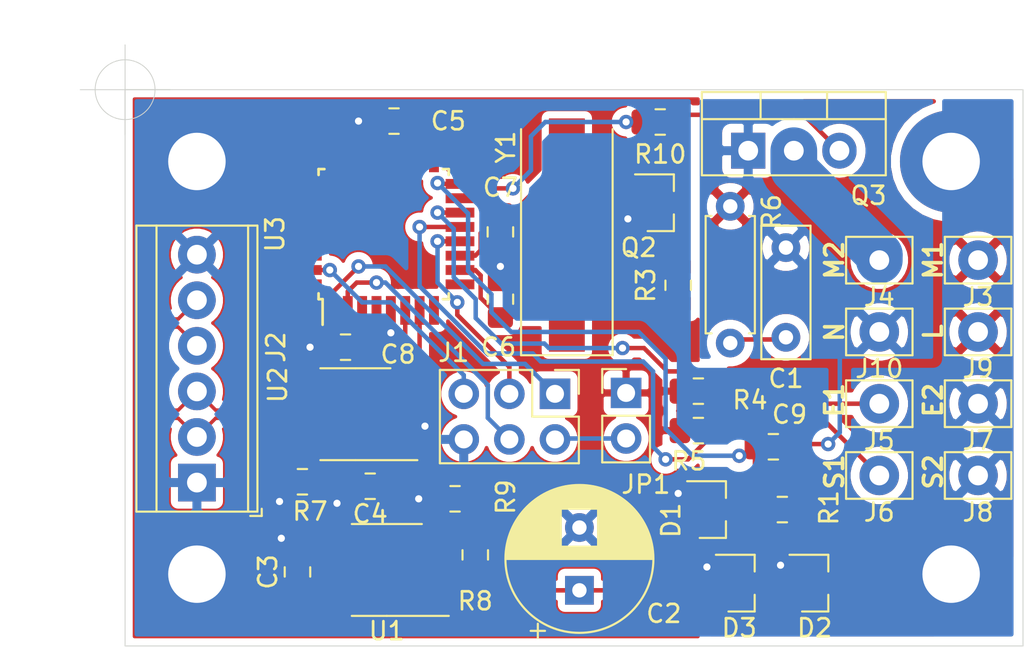
<source format=kicad_pcb>
(kicad_pcb (version 20171130) (host pcbnew 5.1.8+dfsg1-1)
  (title_block (title "Single motor driver") (date 2020-10-23) (rev 1) (company "CCC Basel"))
  (layers (0 F.Cu signal) (31 B.Cu signal) (34 B.Paste user) (35 F.Paste user) (36 B.SilkS user) (37 F.SilkS user) (38 B.Mask user) (39 F.Mask user) (44 Edge.Cuts user))
  (net 0 "")
  (net 1 "Net-(C1-Pad1)")
  (net 2 GND)
  (net 3 "Net-(C2-Pad1)")
  (net 4 +5V)
  (net 5 "Net-(C6-Pad2)")
  (net 6 "Net-(C7-Pad2)")
  (net 7 LINE)
  (net 8 /STOP1)
  (net 9 /EMPTY1)
  (net 10 /MOTOR2)
  (net 11 /CAN_P)
  (net 12 /CAN_N)
  (net 13 /MISO)
  (net 14 /SCK)
  (net 15 /MOSI)
  (net 16 /~RESET)
  (net 17 /ZERO)
  (net 18 /TRIGGER)
  (net 19 "Net-(Q2-Pad3)")
  (net 20 "Net-(R7-Pad1)")
  (net 21 "Net-(R8-Pad2)")
  (net 22 /RXCAN)
  (net 23 /TXCAN)
  (net 24 "Net-(J1-Pad2)")
  (net 25 NEUT)
  (module Resistor_THT:R_Axial_DIN0207_L6.3mm_D2.5mm_P7.62mm_Horizontal (layer F.Cu) (at 183.7 76.5 270)
    (fp_text reference R6 (at 0.3 -2.3 270) (layer F.SilkS))
    (fp_text value 100)
    (pad 2 thru_hole oval (at 7.62 0 270) (size 1.6 1.6) (drill 0.8) (layers *.Cu *.Mask) (net 1 "Net-(C1-Pad1)"))
    (pad 1 thru_hole circle (at 0 0 270) (size 1.6 1.6) (drill 0.8) (layers *.Cu *.Mask) (net 7 LINE))
  )
  (module TerminalBlock_TE-Connectivity:TerminalBlock_TE_282834-6_1x06_P2.54mm_Horizontal (layer F.Cu) (at 154 91.895 90)
    (fp_text reference J2 (at 7.545 4.4 90) (layer F.SilkS))
    (fp_text value CAN)
    (pad 1 thru_hole rect (at 0 0 90) (size 2.1 2.1) (drill 1.1) (layers *.Cu *.Mask) (net 2 GND))
    (pad 2 thru_hole circle (at 2.54 0 90) (size 2.1 2.1) (drill 1.1) (layers *.Cu *.Mask) (net 11 /CAN_P))
    (pad 3 thru_hole circle (at 5.08 0 90) (size 2.1 2.1) (drill 1.1) (layers *.Cu *.Mask) (net 12 /CAN_N))
    (pad 4 thru_hole circle (at 7.62 0 90) (size 2.1 2.1) (drill 1.1) (layers *.Cu *.Mask) (net 12 /CAN_N))
    (pad 5 thru_hole circle (at 10.16 0 90) (size 2.1 2.1) (drill 1.1) (layers *.Cu *.Mask) (net 11 /CAN_P))
    (pad 6 thru_hole circle (at 12.7 0 90) (size 2.1 2.1) (drill 1.1) (layers *.Cu *.Mask) (net 2 GND))
  )
  (module Package_TO_SOT_SMD:SOT-23 (layer F.Cu) (at 184.3 97.5)
    (fp_text reference D3 (at -0.1 2.5) (layer F.SilkS))
    (fp_text value BAS40-04)
    (pad 3 smd rect (at 1 0) (size 0.9 0.8) (layers F.Cu F.Paste F.Mask) (net 25 NEUT))
    (pad 2 smd rect (at -1 0.95) (size 0.9 0.8) (layers F.Cu F.Paste F.Mask) (net 3 "Net-(C2-Pad1)"))
    (pad 1 smd rect (at -1 -0.95) (size 0.9 0.8) (layers F.Cu F.Paste F.Mask) (net 2 GND))
  )
  (module Package_TO_SOT_SMD:SOT-23 (layer F.Cu) (at 188.4 97.5)
    (fp_text reference D2 (at 0 2.5) (layer F.SilkS))
    (fp_text value BAS40-04)
    (pad 3 smd rect (at 1 0) (size 0.9 0.8) (layers F.Cu F.Paste F.Mask) (net 7 LINE))
    (pad 2 smd rect (at -1 0.95) (size 0.9 0.8) (layers F.Cu F.Paste F.Mask) (net 3 "Net-(C2-Pad1)"))
    (pad 1 smd rect (at -1 -0.95) (size 0.9 0.8) (layers F.Cu F.Paste F.Mask) (net 2 GND))
  )
  (module Package_TO_SOT_SMD:SOT-23 (layer F.Cu) (at 182.7 93.4)
    (fp_text reference D1 (at -2.3 0.6 90) (layer F.SilkS))
    (fp_text value BAS40-04)
    (pad 3 smd rect (at 1 0) (size 0.9 0.8) (layers F.Cu F.Paste F.Mask) (net 17 /ZERO))
    (pad 2 smd rect (at -1 0.95) (size 0.9 0.8) (layers F.Cu F.Paste F.Mask) (net 4 +5V))
    (pad 1 smd rect (at -1 -0.95) (size 0.9 0.8) (layers F.Cu F.Paste F.Mask) (net 2 GND))
  )
  (module Connector_Pin:Pin_D1.1mm_L10.2mm_W3.5mm_Flat (layer F.Cu) (at 192 83.5)
    (fp_text reference J10 (at 0 2.05) (layer F.SilkS))
    (fp_text value 28VAC)
    (pad 1 thru_hole circle (at 0 0) (size 2.2 2.2) (drill 1.1) (layers *.Cu *.Mask) (net 25 NEUT))
  )
  (module Connector_Pin:Pin_D1.1mm_L10.2mm_W3.5mm_Flat (layer F.Cu) (at 197.5 83.5)
    (fp_text reference J9 (at 0 2.05) (layer F.SilkS))
    (fp_text value 28VAC)
    (pad 1 thru_hole circle (at 0 0) (size 2.2 2.2) (drill 1.1) (layers *.Cu *.Mask) (net 7 LINE))
  )
  (module Connector_Pin:Pin_D1.1mm_L10.2mm_W3.5mm_Flat (layer F.Cu) (at 197.5 91.5)
    (fp_text reference J8 (at 0 2.05) (layer F.SilkS))
    (fp_text value STOP2)
    (pad 1 thru_hole circle (at 0 0) (size 2.2 2.2) (drill 1.1) (layers *.Cu *.Mask) (net 2 GND))
  )
  (module Connector_Pin:Pin_D1.1mm_L10.2mm_W3.5mm_Flat (layer F.Cu) (at 197.5 87.5)
    (fp_text reference J7 (at 0 2.05) (layer F.SilkS))
    (fp_text value EMPTY2)
    (pad 1 thru_hole circle (at 0 0) (size 2.2 2.2) (drill 1.1) (layers *.Cu *.Mask) (net 2 GND))
  )
  (module Connector_Pin:Pin_D1.1mm_L10.2mm_W3.5mm_Flat (layer F.Cu) (at 192 91.5)
    (fp_text reference J6 (at 0 2.05) (layer F.SilkS))
    (fp_text value STOP1)
    (pad 1 thru_hole circle (at 0 0) (size 2.2 2.2) (drill 1.1) (layers *.Cu *.Mask) (net 8 /STOP1))
  )
  (module Connector_Pin:Pin_D1.1mm_L10.2mm_W3.5mm_Flat (layer F.Cu) (at 192 87.5)
    (fp_text reference J5 (at 0 2.05) (layer F.SilkS))
    (fp_text value EMPTY1)
    (pad 1 thru_hole circle (at 0 0) (size 2.2 2.2) (drill 1.1) (layers *.Cu *.Mask) (net 9 /EMPTY1))
  )
  (module Connector_Pin:Pin_D1.1mm_L10.2mm_W3.5mm_Flat (layer F.Cu) (at 192 79.5)
    (fp_text reference J4 (at 0 2.05) (layer F.SilkS))
    (fp_text value MOTOR2)
    (pad 1 thru_hole circle (at 0 0) (size 2.2 2.2) (drill 1.1) (layers *.Cu *.Mask) (net 10 /MOTOR2))
  )
  (module Connector_Pin:Pin_D1.1mm_L10.2mm_W3.5mm_Flat (layer F.Cu) (at 197.5 79.5)
    (fp_text reference J3 (at 0 2.05) (layer F.SilkS))
    (fp_text value MOTOR1)
    (pad 1 thru_hole circle (at 0 0) (size 2.2 2.2) (drill 1.1) (layers *.Cu *.Mask) (net 7 LINE))
  )
  (module Resistor_SMD:R_0805_2012Metric_Pad1.15x1.40mm_HandSolder (layer F.Cu) (at 186.6 93.4 180)
    (fp_text reference R1 (at -2.6 0.1 90) (layer F.SilkS))
    (fp_text value 100k)
    (pad 2 smd roundrect (at 1.025 0 180) (size 1.15 1.4) (layers F.Cu F.Paste F.Mask) (roundrect_rratio 0.2173904347826087) (net 17 /ZERO))
    (pad 1 smd roundrect (at -1.025 0 180) (size 1.15 1.4) (layers F.Cu F.Paste F.Mask) (roundrect_rratio 0.2173904347826087) (net 7 LINE))
  )
  (module Capacitor_SMD:C_0805_2012Metric_Pad1.15x1.40mm_HandSolder (layer F.Cu) (at 186.1 89.9)
    (fp_text reference C9 (at 0.9 -1.8 180) (layer F.SilkS))
    (fp_text value 1n)
    (pad 2 smd roundrect (at 1.025 0) (size 1.15 1.4) (layers F.Cu F.Paste F.Mask) (roundrect_rratio 0.2173904347826087) (net 25 NEUT))
    (pad 1 smd roundrect (at -1.025 0) (size 1.15 1.4) (layers F.Cu F.Paste F.Mask) (roundrect_rratio 0.2173904347826087) (net 17 /ZERO))
  )
  (module Capacitor_SMD:C_0805_2012Metric_Pad1.15x1.40mm_HandSolder (layer F.Cu) (at 162.275 84.35 180)
    (fp_text reference C8 (at -2.925 -0.4) (layer F.SilkS))
    (fp_text value 100n)
    (pad 2 smd roundrect (at 1.025 0 180) (size 1.15 1.4) (layers F.Cu F.Paste F.Mask) (roundrect_rratio 0.2173904347826087) (net 2 GND))
    (pad 1 smd roundrect (at -1.025 0 180) (size 1.15 1.4) (layers F.Cu F.Paste F.Mask) (roundrect_rratio 0.2173904347826087) (net 4 +5V))
  )
  (module MountingHole:MountingHole_3.2mm_M3_ISO7380_Pad (layer F.Cu) (at 196 97)
    (fp_text reference H4 hide)
    (fp_text value SE)
    (pad 1 thru_hole circle (at 0 0) (size 5.7 5.7) (drill 3.2) (layers *.Cu *.Mask) (net 2 GND))
  )
  (module MountingHole:MountingHole_3.2mm_M3_ISO7380_Pad (layer F.Cu) (at 196 74)
    (fp_text reference H3 hide)
    (fp_text value NE)
    (pad 1 thru_hole circle (at 0 0) (size 5.7 5.7) (drill 3.2) (layers *.Cu *.Mask) (net 2 GND))
  )
  (module MountingHole:MountingHole_3.2mm_M3_ISO7380_Pad (layer F.Cu) (at 154 97)
    (fp_text reference H2 hide)
    (fp_text value SW)
    (pad 1 thru_hole circle (at 0 0) (size 5.7 5.7) (drill 3.2) (layers *.Cu *.Mask) (net 2 GND))
  )
  (module MountingHole:MountingHole_3.2mm_M3_ISO7380_Pad (layer F.Cu) (at 154 74)
    (fp_text reference H1 hide)
    (fp_text value NW)
    (pad 1 thru_hole circle (at 0 0) (size 5.7 5.7) (drill 3.2) (layers *.Cu *.Mask) (net 2 GND))
  )
  (module Capacitor_THT:C_Rect_L7.2mm_W2.5mm_P5.00mm_FKS2_FKP2_MKS2_MKP2 (layer F.Cu) (at 186.8 83.8 90)
    (fp_text reference C1 (at -2.3 0 180) (layer F.SilkS))
    (fp_text value 220n)
    (pad 1 thru_hole circle (at 0 0 90) (size 1.6 1.6) (drill 0.8) (layers *.Cu *.Mask) (net 1 "Net-(C1-Pad1)"))
    (pad 2 thru_hole circle (at 5 0 90) (size 1.6 1.6) (drill 0.8) (layers *.Cu *.Mask) (net 25 NEUT))
  )
  (module Capacitor_THT:CP_Radial_D8.0mm_P3.50mm (layer F.Cu) (at 175.3 97.9 90)
    (fp_text reference C2 (at -1.3 4.7 180) (layer F.SilkS))
    (fp_text value 100u)
    (pad 1 thru_hole rect (at 0 0 90) (size 1.6 1.6) (drill 0.8) (layers *.Cu *.Mask) (net 3 "Net-(C2-Pad1)"))
    (pad 2 thru_hole circle (at 3.5 0 90) (size 1.6 1.6) (drill 0.8) (layers *.Cu *.Mask) (net 2 GND))
  )
  (module Capacitor_SMD:C_0805_2012Metric_Pad1.15x1.40mm_HandSolder (layer F.Cu) (at 159.6 96.875 90)
    (fp_text reference C3 (at 0 -1.65 90) (layer F.SilkS))
    (fp_text value 10u)
    (pad 1 smd roundrect (at -1.025 0 90) (size 1.15 1.4) (layers F.Cu F.Paste F.Mask) (roundrect_rratio 0.2173904347826087) (net 4 +5V))
    (pad 2 smd roundrect (at 1.025 0 90) (size 1.15 1.4) (layers F.Cu F.Paste F.Mask) (roundrect_rratio 0.2173904347826087) (net 2 GND))
  )
  (module Capacitor_SMD:C_0805_2012Metric_Pad1.15x1.40mm_HandSolder (layer F.Cu) (at 163.65 92.1 180)
    (fp_text reference C4 (at 0 -1.55) (layer F.SilkS))
    (fp_text value 100n)
    (pad 1 smd roundrect (at -1.025 0 180) (size 1.15 1.4) (layers F.Cu F.Paste F.Mask) (roundrect_rratio 0.2173904347826087) (net 4 +5V))
    (pad 2 smd roundrect (at 1.025 0 180) (size 1.15 1.4) (layers F.Cu F.Paste F.Mask) (roundrect_rratio 0.2173904347826087) (net 2 GND))
  )
  (module Capacitor_SMD:C_0805_2012Metric_Pad1.15x1.40mm_HandSolder (layer F.Cu) (at 164.975 71.75 180)
    (fp_text reference C5 (at -3.025 0) (layer F.SilkS))
    (fp_text value 100n)
    (pad 2 smd roundrect (at 1.025 0 180) (size 1.15 1.4) (layers F.Cu F.Paste F.Mask) (roundrect_rratio 0.2173904347826087) (net 2 GND))
    (pad 1 smd roundrect (at -1.025 0 180) (size 1.15 1.4) (layers F.Cu F.Paste F.Mask) (roundrect_rratio 0.2173904347826087) (net 4 +5V))
  )
  (module Capacitor_SMD:C_0805_2012Metric_Pad1.15x1.40mm_HandSolder (layer F.Cu) (at 170.9 81.675 270)
    (fp_text reference C6 (at 2.675 0.1 180) (layer F.SilkS))
    (fp_text value 22p)
    (pad 1 smd roundrect (at -1.025 0 270) (size 1.15 1.4) (layers F.Cu F.Paste F.Mask) (roundrect_rratio 0.2173904347826087) (net 2 GND))
    (pad 2 smd roundrect (at 1.025 0 270) (size 1.15 1.4) (layers F.Cu F.Paste F.Mask) (roundrect_rratio 0.2173904347826087) (net 5 "Net-(C6-Pad2)"))
  )
  (module Capacitor_SMD:C_0805_2012Metric_Pad1.15x1.40mm_HandSolder (layer F.Cu) (at 170.9 77.925 90)
    (fp_text reference C7 (at 2.475 0 180) (layer F.SilkS))
    (fp_text value 22p)
    (pad 2 smd roundrect (at 1.025 0 90) (size 1.15 1.4) (layers F.Cu F.Paste F.Mask) (roundrect_rratio 0.2173904347826087) (net 6 "Net-(C7-Pad2)"))
    (pad 1 smd roundrect (at -1.025 0 90) (size 1.15 1.4) (layers F.Cu F.Paste F.Mask) (roundrect_rratio 0.2173904347826087) (net 2 GND))
  )
  (module Connector_PinHeader_2.54mm:PinHeader_2x03_P2.54mm_Vertical (layer F.Cu) (at 173.94 86.95 270)
    (fp_text reference J1 (at -2.3 5.64 180) (layer F.SilkS))
    (fp_text value AVR-ISP-6)
    (pad 1 thru_hole rect (at 0 0 270) (size 1.7 1.7) (drill 1) (layers *.Cu *.Mask) (net 13 /MISO))
    (pad 2 thru_hole oval (at 2.54 0 270) (size 1.7 1.7) (drill 1) (layers *.Cu *.Mask) (net 24 "Net-(J1-Pad2)"))
    (pad 3 thru_hole oval (at 0 2.54 270) (size 1.7 1.7) (drill 1) (layers *.Cu *.Mask) (net 14 /SCK))
    (pad 4 thru_hole oval (at 2.54 2.54 270) (size 1.7 1.7) (drill 1) (layers *.Cu *.Mask) (net 15 /MOSI))
    (pad 5 thru_hole oval (at 0 5.08 270) (size 1.7 1.7) (drill 1) (layers *.Cu *.Mask) (net 16 /~RESET))
    (pad 6 thru_hole oval (at 2.54 5.08 270) (size 1.7 1.7) (drill 1) (layers *.Cu *.Mask) (net 2 GND))
  )
  (module Connector_PinHeader_2.54mm:PinHeader_1x02_P2.54mm_Vertical (layer F.Cu) (at 177.9 86.9)
    (fp_text reference JP1 (at 1.1 5.1) (layer F.SilkS))
    (fp_text value ISPPOWER)
    (pad 1 thru_hole rect (at 0 0) (size 1.7 1.7) (drill 1) (layers *.Cu *.Mask) (net 4 +5V))
    (pad 2 thru_hole oval (at 0 2.54) (size 1.7 1.7) (drill 1) (layers *.Cu *.Mask) (net 24 "Net-(J1-Pad2)"))
  )
  (module Package_TO_SOT_SMD:SOT-23 (layer F.Cu) (at 179.8 76.3)
    (fp_text reference Q2 (at -1.2 2.5 180) (layer F.SilkS))
    (fp_text value 2N7002)
    (pad 1 smd rect (at -1 -0.95) (size 0.9 0.8) (layers F.Cu F.Paste F.Mask) (net 18 /TRIGGER))
    (pad 2 smd rect (at -1 0.95) (size 0.9 0.8) (layers F.Cu F.Paste F.Mask) (net 2 GND))
    (pad 3 smd rect (at 1 0) (size 0.9 0.8) (layers F.Cu F.Paste F.Mask) (net 19 "Net-(Q2-Pad3)"))
  )
  (module Package_TO_SOT_THT:TO-220-3_Vertical (layer F.Cu) (at 184.7 73.4)
    (fp_text reference Q3 (at 6.7 2.5) (layer F.SilkS))
    (fp_text value BTA06-600TW)
    (pad 1 thru_hole rect (at 0 0) (size 1.905 2) (drill 1.1) (layers *.Cu *.Mask) (net 25 NEUT))
    (pad 2 thru_hole oval (at 2.54 0) (size 1.905 2) (drill 1.1) (layers *.Cu *.Mask) (net 10 /MOTOR2))
    (pad 3 thru_hole oval (at 5.08 0) (size 1.905 2) (drill 1.1) (layers *.Cu *.Mask) (net 19 "Net-(Q2-Pad3)"))
  )
  (module Resistor_SMD:R_0805_2012Metric_Pad1.15x1.40mm_HandSolder (layer F.Cu) (at 180.8 80.9 270)
    (fp_text reference R3 (at 0 1.8 90) (layer F.SilkS))
    (fp_text value 510)
    (pad 1 smd roundrect (at -1.025 0 270) (size 1.15 1.4) (layers F.Cu F.Paste F.Mask) (roundrect_rratio 0.2173904347826087) (net 19 "Net-(Q2-Pad3)"))
    (pad 2 smd roundrect (at 1.025 0 270) (size 1.15 1.4) (layers F.Cu F.Paste F.Mask) (roundrect_rratio 0.2173904347826087) (net 4 +5V))
  )
  (module Resistor_SMD:R_0805_2012Metric_Pad1.15x1.40mm_HandSolder (layer F.Cu) (at 181.925 86.8 180)
    (fp_text reference R4 (at -2.875 -0.5) (layer F.SilkS))
    (fp_text value 1k)
    (pad 2 smd roundrect (at 1.025 0 180) (size 1.15 1.4) (layers F.Cu F.Paste F.Mask) (roundrect_rratio 0.2173904347826087) (net 4 +5V))
    (pad 1 smd roundrect (at -1.025 0 180) (size 1.15 1.4) (layers F.Cu F.Paste F.Mask) (roundrect_rratio 0.2173904347826087) (net 9 /EMPTY1))
  )
  (module Resistor_SMD:R_0805_2012Metric_Pad1.15x1.40mm_HandSolder (layer F.Cu) (at 181.925 89 180)
    (fp_text reference R5 (at 0.525 -1.7) (layer F.SilkS))
    (fp_text value 1k)
    (pad 1 smd roundrect (at -1.025 0 180) (size 1.15 1.4) (layers F.Cu F.Paste F.Mask) (roundrect_rratio 0.2173904347826087) (net 8 /STOP1))
    (pad 2 smd roundrect (at 1.025 0 180) (size 1.15 1.4) (layers F.Cu F.Paste F.Mask) (roundrect_rratio 0.2173904347826087) (net 4 +5V))
  )
  (module Resistor_SMD:R_0805_2012Metric_Pad1.15x1.40mm_HandSolder (layer F.Cu) (at 159.875 91.85 180)
    (fp_text reference R7 (at -0.425 -1.65) (layer F.SilkS))
    (fp_text value 0)
    (pad 2 smd roundrect (at 1.025 0 180) (size 1.15 1.4) (layers F.Cu F.Paste F.Mask) (roundrect_rratio 0.2173904347826087) (net 2 GND))
    (pad 1 smd roundrect (at -1.025 0 180) (size 1.15 1.4) (layers F.Cu F.Paste F.Mask) (roundrect_rratio 0.2173904347826087) (net 20 "Net-(R7-Pad1)"))
  )
  (module Resistor_SMD:R_0805_2012Metric_Pad1.15x1.40mm_HandSolder (layer F.Cu) (at 169.5 95.925 90)
    (fp_text reference R8 (at -2.575 0 180) (layer F.SilkS))
    (fp_text value 510)
    (pad 2 smd roundrect (at 1.025 0 90) (size 1.15 1.4) (layers F.Cu F.Paste F.Mask) (roundrect_rratio 0.2173904347826087) (net 21 "Net-(R8-Pad2)"))
    (pad 1 smd roundrect (at -1.025 0 90) (size 1.15 1.4) (layers F.Cu F.Paste F.Mask) (roundrect_rratio 0.2173904347826087) (net 4 +5V))
  )
  (module Resistor_SMD:R_0805_2012Metric_Pad1.15x1.40mm_HandSolder (layer F.Cu) (at 168.375 92.8 180)
    (fp_text reference R9 (at -2.825 0.1 90) (layer F.SilkS))
    (fp_text value 1k5)
    (pad 1 smd roundrect (at -1.025 0 180) (size 1.15 1.4) (layers F.Cu F.Paste F.Mask) (roundrect_rratio 0.2173904347826087) (net 21 "Net-(R8-Pad2)"))
    (pad 2 smd roundrect (at 1.025 0 180) (size 1.15 1.4) (layers F.Cu F.Paste F.Mask) (roundrect_rratio 0.2173904347826087) (net 2 GND))
  )
  (module Resistor_SMD:R_0805_2012Metric_Pad1.15x1.40mm_HandSolder (layer F.Cu) (at 179.8 71.8 180)
    (fp_text reference R10 (at 0 -1.8) (layer F.SilkS))
    (fp_text value 0)
    (pad 1 smd roundrect (at -1.025 0 180) (size 1.15 1.4) (layers F.Cu F.Paste F.Mask) (roundrect_rratio 0.2173904347826087) (net 19 "Net-(Q2-Pad3)"))
    (pad 2 smd roundrect (at 1.025 0 180) (size 1.15 1.4) (layers F.Cu F.Paste F.Mask) (roundrect_rratio 0.2173904347826087) (net 18 /TRIGGER))
  )
  (module Package_SO:SOIC-8_3.9x4.9mm_P1.27mm (layer F.Cu) (at 164.575 96.765 180)
    (fp_text reference U1 (at 0 -3.4) (layer F.SilkS))
    (fp_text value LM317LI)
    (pad 1 smd roundrect (at -2.475 -1.905 180) (size 1.95 0.6) (layers F.Cu F.Paste F.Mask) (net 3 "Net-(C2-Pad1)"))
    (pad 2 smd roundrect (at -2.475 -0.635 180) (size 1.95 0.6) (layers F.Cu F.Paste F.Mask) (net 4 +5V))
    (pad 3 smd roundrect (at -2.475 0.635 180) (size 1.95 0.6) (layers F.Cu F.Paste F.Mask) (net 4 +5V))
    (pad 4 smd roundrect (at -2.475 1.905 180) (size 1.95 0.6) (layers F.Cu F.Paste F.Mask) (net 21 "Net-(R8-Pad2)"))
    (pad 5 smd roundrect (at 2.475 1.905 180) (size 1.95 0.6) (layers F.Cu F.Paste F.Mask))
    (pad 6 smd roundrect (at 2.475 0.635 180) (size 1.95 0.6) (layers F.Cu F.Paste F.Mask) (net 4 +5V))
    (pad 7 smd roundrect (at 2.475 -0.635 180) (size 1.95 0.6) (layers F.Cu F.Paste F.Mask) (net 4 +5V))
    (pad 8 smd roundrect (at 2.475 -1.905 180) (size 1.95 0.6) (layers F.Cu F.Paste F.Mask))
  )
  (module Package_SO:SOIC-8_3.9x4.9mm_P1.27mm (layer F.Cu) (at 162.825 88.085 180)
    (fp_text reference U2 (at 4.325 1.635 90) (layer F.SilkS))
    (fp_text value MCP2551-I-SN)
    (pad 8 smd roundrect (at 2.475 -1.905 180) (size 1.95 0.6) (layers F.Cu F.Paste F.Mask) (net 20 "Net-(R7-Pad1)"))
    (pad 7 smd roundrect (at 2.475 -0.635 180) (size 1.95 0.8) (layers F.Cu F.Paste F.Mask) (net 11 /CAN_P))
    (pad 6 smd roundrect (at 2.475 0.635 180) (size 1.95 0.8) (layers F.Cu F.Paste F.Mask) (net 12 /CAN_N))
    (pad 5 smd roundrect (at 2.475 1.905 180) (size 1.95 0.6) (layers F.Cu F.Paste F.Mask))
    (pad 4 smd roundrect (at -2.475 1.905 180) (size 1.95 0.6) (layers F.Cu F.Paste F.Mask) (net 22 /RXCAN))
    (pad 3 smd roundrect (at -2.475 0.635 180) (size 1.95 0.6) (layers F.Cu F.Paste F.Mask) (net 4 +5V))
    (pad 2 smd roundrect (at -2.475 -0.635 180) (size 1.95 0.6) (layers F.Cu F.Paste F.Mask) (net 2 GND))
    (pad 1 smd roundrect (at -2.475 -1.905 180) (size 1.95 0.6) (layers F.Cu F.Paste F.Mask) (net 23 /TXCAN))
  )
  (module Package_QFP:TQFP-32_7x7mm_P0.8mm (layer F.Cu) (at 164.4 78.05 90)
    (fp_text reference U3 (at 0 -6.05 90) (layer F.SilkS))
    (fp_text value ATmega32M1-AU)
    (pad 1 smd rect (at -4.25 -2.8 90) (size 1.6 0.55) (layers F.Cu F.Paste F.Mask) (net 13 /MISO))
    (pad 2 smd rect (at -4.25 -2 90) (size 1.6 0.55) (layers F.Cu F.Paste F.Mask) (net 15 /MOSI))
    (pad 3 smd rect (at -4.25 -1.2 90) (size 1.6 0.55) (layers F.Cu F.Paste F.Mask))
    (pad 4 smd rect (at -4.25 -0.4 90) (size 1.6 0.55) (layers F.Cu F.Paste F.Mask) (net 4 +5V))
    (pad 5 smd rect (at -4.25 0.4 90) (size 1.6 0.55) (layers F.Cu F.Paste F.Mask) (net 2 GND))
    (pad 6 smd rect (at -4.25 1.2 90) (size 1.6 0.55) (layers F.Cu F.Paste F.Mask) (net 23 /TXCAN))
    (pad 7 smd rect (at -4.25 2 90) (size 1.6 0.55) (layers F.Cu F.Paste F.Mask) (net 22 /RXCAN))
    (pad 8 smd rect (at -4.25 2.8 90) (size 1.6 0.55) (layers F.Cu F.Paste F.Mask))
    (pad 9 smd rect (at -2.8 4.25 180) (size 1.6 0.55) (layers F.Cu F.Paste F.Mask))
    (pad 10 smd rect (at -2 4.25 180) (size 1.6 0.55) (layers F.Cu F.Paste F.Mask) (net 5 "Net-(C6-Pad2)"))
    (pad 11 smd rect (at -1.2 4.25 180) (size 1.6 0.55) (layers F.Cu F.Paste F.Mask) (net 6 "Net-(C7-Pad2)"))
    (pad 12 smd rect (at -0.4 4.25 180) (size 1.6 0.55) (layers F.Cu F.Paste F.Mask) (net 14 /SCK))
    (pad 13 smd rect (at 0.4 4.25 180) (size 1.6 0.55) (layers F.Cu F.Paste F.Mask) (net 8 /STOP1))
    (pad 14 smd rect (at 1.2 4.25 180) (size 1.6 0.55) (layers F.Cu F.Paste F.Mask) (net 9 /EMPTY1))
    (pad 15 smd rect (at 2 4.25 180) (size 1.6 0.55) (layers F.Cu F.Paste F.Mask) (net 18 /TRIGGER))
    (pad 16 smd rect (at 2.8 4.25 180) (size 1.6 0.55) (layers F.Cu F.Paste F.Mask) (net 17 /ZERO))
    (pad 17 smd rect (at 4.25 2.8 90) (size 1.6 0.55) (layers F.Cu F.Paste F.Mask))
    (pad 18 smd rect (at 4.25 2 90) (size 1.6 0.55) (layers F.Cu F.Paste F.Mask))
    (pad 19 smd rect (at 4.25 1.2 90) (size 1.6 0.55) (layers F.Cu F.Paste F.Mask) (net 4 +5V))
    (pad 20 smd rect (at 4.25 0.4 90) (size 1.6 0.55) (layers F.Cu F.Paste F.Mask) (net 2 GND))
    (pad 21 smd rect (at 4.25 -0.4 90) (size 1.6 0.55) (layers F.Cu F.Paste F.Mask))
    (pad 22 smd rect (at 4.25 -1.2 90) (size 1.6 0.55) (layers F.Cu F.Paste F.Mask))
    (pad 23 smd rect (at 4.25 -2 90) (size 1.6 0.55) (layers F.Cu F.Paste F.Mask))
    (pad 24 smd rect (at 4.25 -2.8 90) (size 1.6 0.55) (layers F.Cu F.Paste F.Mask))
    (pad 25 smd rect (at 2.8 -4.25 180) (size 1.6 0.55) (layers F.Cu F.Paste F.Mask))
    (pad 26 smd rect (at 2 -4.25 180) (size 1.6 0.55) (layers F.Cu F.Paste F.Mask))
    (pad 27 smd rect (at 1.2 -4.25 180) (size 1.6 0.55) (layers F.Cu F.Paste F.Mask))
    (pad 28 smd rect (at 0.4 -4.25 180) (size 1.6 0.55) (layers F.Cu F.Paste F.Mask))
    (pad 29 smd rect (at -0.4 -4.25 180) (size 1.6 0.55) (layers F.Cu F.Paste F.Mask))
    (pad 30 smd rect (at -1.2 -4.25 180) (size 1.6 0.55) (layers F.Cu F.Paste F.Mask))
    (pad 31 smd rect (at -2 -4.25 180) (size 1.6 0.55) (layers F.Cu F.Paste F.Mask) (net 16 /~RESET))
    (pad 32 smd rect (at -2.8 -4.25 180) (size 1.6 0.55) (layers F.Cu F.Paste F.Mask))
  )
  (module Crystal:Crystal_SMD_HC49-SD (layer F.Cu) (at 174.6 78.1 90)
    (fp_text reference Y1 (at 4.9 -3.4 90) (layer F.SilkS))
    (fp_text value 16MHz)
    (pad 1 smd rect (at -4.25 0 90) (size 4.5 2) (layers F.Cu F.Paste F.Mask) (net 5 "Net-(C6-Pad2)"))
    (pad 2 smd rect (at 4.25 0 90) (size 4.5 2) (layers F.Cu F.Paste F.Mask) (net 6 "Net-(C7-Pad2)"))
  )
  (gr_text S2 (at 195 91.3 90) (layer F.SilkS) (effects (font (size 1 1) (thickness 0.2))))
  (gr_text S1 (at 189.5 91.3 90) (layer F.SilkS) (effects (font (size 1 1) (thickness 0.2))))
  (gr_text E1 (at 189.5 87.3 90) (layer F.SilkS) (effects (font (size 1 1) (thickness 0.2))))
  (gr_text E2 (at 195 87.3 90) (layer F.SilkS) (effects (font (size 1 1) (thickness 0.2))))
  (gr_text N (at 189.5 83.5 90) (layer F.SilkS) (effects (font (size 1 1) (thickness 0.2))))
  (gr_text L (at 195 83.5 90) (layer F.SilkS) (effects (font (size 1 1) (thickness 0.2))))
  (gr_text M1 (at 195 79.5 90) (layer F.SilkS) (effects (font (size 1 1) (thickness 0.2))))
  (gr_text M2 (at 189.5 79.5 90) (layer F.SilkS) (effects (font (size 1 1) (thickness 0.2))))
  (target plus (at 150 70) (size 5) (width 0.05) (layer Edge.Cuts))
  (gr_line (start 200 70) (end 150 70) (layer Edge.Cuts) (width 0.05))
  (gr_line (start 200 101) (end 200 70) (layer Edge.Cuts) (width 0.05))
  (gr_line (start 150 101) (end 200 101) (layer Edge.Cuts) (width 0.05))
  (gr_line (start 150 70) (end 150 101) (layer Edge.Cuts) (width 0.05))
  (segment (start 186.38 83.92) (end 186.7 83.6) (width 0.25) (layer F.Cu) (net 1))
  (segment (start 183.6 83.92) (end 186.38 83.92) (width 0.25) (layer F.Cu) (net 1))
  (via (at 160.3 84.35) (size 0.8) (drill 0.4) (layers F.Cu B.Cu) (net 2))
  (segment (start 161.25 84.35) (end 160.3 84.35) (width 0.25) (layer F.Cu) (net 2))
  (via (at 164.8 83.55) (size 0.8) (drill 0.4) (layers F.Cu B.Cu) (net 2))
  (segment (start 164.8 82.3) (end 164.8 83.55) (width 0.25) (layer F.Cu) (net 2))
  (via (at 163 71.75) (size 0.8) (drill 0.4) (layers F.Cu B.Cu) (net 2))
  (segment (start 163.95 71.75) (end 163 71.75) (width 0.25) (layer F.Cu) (net 2))
  (segment (start 164.8 72.6) (end 163.95 71.75) (width 0.25) (layer F.Cu) (net 2))
  (segment (start 164.8 73.8) (end 164.8 72.6) (width 0.25) (layer F.Cu) (net 2))
  (via (at 158.6 92.95) (size 0.8) (drill 0.4) (layers F.Cu B.Cu) (net 2))
  (segment (start 158.85 92.7) (end 158.6 92.95) (width 0.25) (layer F.Cu) (net 2))
  (segment (start 158.85 91.8) (end 158.85 92.65) (width 0.25) (layer F.Cu) (net 2))
  (via (at 158.7 95) (size 0.8) (drill 0.4) (layers F.Cu B.Cu) (net 2))
  (segment (start 159.55 95.85) (end 158.7 95) (width 0.25) (layer F.Cu) (net 2))
  (segment (start 159.6 95.85) (end 159.55 95.85) (width 0.25) (layer F.Cu) (net 2))
  (via (at 166.7 88.75) (size 0.8) (drill 0.4) (layers F.Cu B.Cu) (net 2))
  (segment (start 166.67 88.72) (end 166.7 88.75) (width 0.25) (layer F.Cu) (net 2))
  (segment (start 165.3 88.72) (end 166.67 88.72) (width 0.25) (layer F.Cu) (net 2))
  (via (at 170.9 79.85) (size 0.8) (drill 0.4) (layers F.Cu B.Cu) (net 2))
  (segment (start 170.9 78.95) (end 170.9 79.85) (width 0.25) (layer F.Cu) (net 2))
  (segment (start 170.9 80.65) (end 170.9 79.85) (width 0.25) (layer F.Cu) (net 2))
  (via (at 186.5 96.5) (size 0.8) (drill 0.4) (layers F.Cu B.Cu) (net 2))
  (segment (start 186.55 96.55) (end 186.5 96.5) (width 0.25) (layer F.Cu) (net 2))
  (segment (start 187.4 96.55) (end 186.55 96.55) (width 0.25) (layer F.Cu) (net 2))
  (via (at 180.8 92.5) (size 0.8) (drill 0.4) (layers F.Cu B.Cu) (net 2))
  (segment (start 180.85 92.45) (end 180.8 92.5) (width 0.25) (layer F.Cu) (net 2))
  (segment (start 181.7 92.45) (end 180.85 92.45) (width 0.25) (layer F.Cu) (net 2))
  (via (at 182.4 96.6) (size 0.8) (drill 0.4) (layers F.Cu B.Cu) (net 2))
  (segment (start 182.45 96.55) (end 182.4 96.6) (width 0.25) (layer F.Cu) (net 2))
  (segment (start 183.3 96.55) (end 182.45 96.55) (width 0.25) (layer F.Cu) (net 2))
  (via (at 166.35 92.8) (size 0.8) (drill 0.4) (layers F.Cu B.Cu) (net 2))
  (segment (start 167.35 92.8) (end 166.35 92.8) (width 0.25) (layer F.Cu) (net 2))
  (via (at 161.8 93.05) (size 0.8) (drill 0.4) (layers F.Cu B.Cu) (net 2))
  (segment (start 161.8 92.925) (end 161.8 93.05) (width 0.25) (layer F.Cu) (net 2))
  (segment (start 162.625 92.1) (end 161.8 92.925) (width 0.25) (layer F.Cu) (net 2))
  (via (at 178 77.2) (size 0.8) (drill 0.4) (layers F.Cu B.Cu) (net 2))
  (segment (start 178.05 77.25) (end 178 77.2) (width 0.25) (layer F.Cu) (net 2))
  (segment (start 178.8 77.25) (end 178.05 77.25) (width 0.25) (layer F.Cu) (net 2))
  (segment (start 169.1 97.9) (end 168.33 98.67) (width 0.25) (layer F.Cu) (net 3))
  (segment (start 175.3 97.9) (end 169.1 97.9) (width 0.25) (layer F.Cu) (net 3))
  (segment (start 167.05 98.67) (end 168.33 98.67) (width 0.25) (layer F.Cu) (net 3))
  (segment (start 182.75 97.9) (end 183.3 98.45) (width 0.25) (layer F.Cu) (net 3))
  (segment (start 175.3 97.9) (end 182.75 97.9) (width 0.25) (layer F.Cu) (net 3))
  (segment (start 183.3 98.45) (end 187.4 98.45) (width 0.25) (layer F.Cu) (net 3))
  (segment (start 164 83.65) (end 163.3 84.35) (width 0.25) (layer F.Cu) (net 4))
  (segment (start 164 82.3) (end 164 83.65) (width 0.25) (layer F.Cu) (net 4))
  (segment (start 165.6 72.15) (end 166 71.75) (width 0.25) (layer F.Cu) (net 4))
  (segment (start 165.6 73.8) (end 165.6 72.15) (width 0.25) (layer F.Cu) (net 4))
  (segment (start 169.05 97.4) (end 169.5 96.95) (width 0.25) (layer F.Cu) (net 4))
  (segment (start 167.05 97.4) (end 169.05 97.4) (width 0.25) (layer F.Cu) (net 4))
  (segment (start 163.3 84.35) (end 163.3 89.85) (width 0.25) (layer F.Cu) (net 4))
  (segment (start 164.675 91.225) (end 164.675 92.1) (width 0.25) (layer F.Cu) (net 4))
  (segment (start 163.3 89.85) (end 164.675 91.225) (width 0.25) (layer F.Cu) (net 4))
  (segment (start 168.65 80.05) (end 169.5 80.05) (width 0.25) (layer F.Cu) (net 5))
  (segment (start 169.5 80.05) (end 169.8 80.35) (width 0.25) (layer F.Cu) (net 5))
  (segment (start 169.8 81.6) (end 170.9 82.7) (width 0.25) (layer F.Cu) (net 5))
  (segment (start 169.8 80.35) (end 169.8 81.6) (width 0.25) (layer F.Cu) (net 5))
  (segment (start 173.95 82.65) (end 174.6 82) (width 0.25) (layer F.Cu) (net 5))
  (segment (start 170.9 82.65) (end 173.95 82.65) (width 0.25) (layer F.Cu) (net 5))
  (segment (start 168.65 79.25) (end 169.5 79.25) (width 0.25) (layer F.Cu) (net 6))
  (segment (start 169.5 79.25) (end 169.8 78.95) (width 0.25) (layer F.Cu) (net 6))
  (segment (start 169.8 78) (end 170.9 76.9) (width 0.25) (layer F.Cu) (net 6))
  (segment (start 169.8 78.95) (end 169.8 78) (width 0.25) (layer F.Cu) (net 6))
  (segment (start 171.55 76.9) (end 174.6 73.85) (width 0.25) (layer F.Cu) (net 6))
  (segment (start 170.9 76.9) (end 171.55 76.9) (width 0.25) (layer F.Cu) (net 6))
  (via (at 166.4 77.65) (size 0.8) (drill 0.4) (layers F.Cu B.Cu) (net 8))
  (segment (start 166.4 80.95) (end 166.4 77.65) (width 0.25) (layer B.Cu) (net 8))
  (segment (start 170.2 84.75) (end 166.4 80.95) (width 0.25) (layer B.Cu) (net 8))
  (segment (start 166.4 77.65) (end 168.65 77.65) (width 0.25) (layer F.Cu) (net 8))
  (segment (start 181.35 90.6) (end 180.1 90.6) (width 0.25) (layer F.Cu) (net 8))
  (via (at 180.1 90.6) (size 0.8) (drill 0.4) (layers F.Cu B.Cu) (net 8))
  (segment (start 182.95 89) (end 181.35 90.6) (width 0.25) (layer F.Cu) (net 8))
  (segment (start 179.4 85.7) (end 179.4 89.9) (width 0.25) (layer B.Cu) (net 8))
  (segment (start 179.4 89.9) (end 180.1 90.6) (width 0.25) (layer B.Cu) (net 8))
  (segment (start 178.85 85.15) (end 179.4 85.7) (width 0.25) (layer B.Cu) (net 8))
  (segment (start 173.15 85.15) (end 178.85 85.15) (width 0.25) (layer B.Cu) (net 8))
  (segment (start 172.7 84.7) (end 173.15 85.15) (width 0.25) (layer B.Cu) (net 8))
  (segment (start 170.2 84.7) (end 172.7 84.7) (width 0.25) (layer B.Cu) (net 8))
  (segment (start 182.95 89) (end 183.35 88.6) (width 0.25) (layer F.Cu) (net 8))
  (segment (start 189.1 88.6) (end 189.8 89.3) (width 0.25) (layer F.Cu) (net 8))
  (segment (start 183.35 88.6) (end 189.1 88.6) (width 0.25) (layer F.Cu) (net 8))
  (segment (start 189.8 89.3) (end 192 91.5) (width 0.25) (layer F.Cu) (net 8))
  (segment (start 182.95 86.8) (end 181.85 85.7) (width 0.25) (layer F.Cu) (net 9))
  (segment (start 181.85 85.7) (end 180.2 85.7) (width 0.25) (layer F.Cu) (net 9))
  (via (at 167.4 76.85) (size 0.8) (drill 0.4) (layers F.Cu B.Cu) (net 9))
  (segment (start 167.4 76.85) (end 168.65 76.85) (width 0.25) (layer F.Cu) (net 9))
  (segment (start 183.65 87.5) (end 182.95 86.8) (width 0.25) (layer F.Cu) (net 9))
  (segment (start 189 87.5) (end 192 87.5) (width 0.25) (layer F.Cu) (net 9))
  (segment (start 189 87.5) (end 183.65 87.5) (width 0.25) (layer F.Cu) (net 9))
  (segment (start 180.2 85.7) (end 179.9 85.4) (width 0.25) (layer F.Cu) (net 9))
  (via (at 177.7 84.4) (size 0.8) (drill 0.4) (layers F.Cu B.Cu) (net 9))
  (segment (start 178.9 84.4) (end 179.15 84.65) (width 0.25) (layer F.Cu) (net 9))
  (segment (start 177.7 84.4) (end 178.9 84.4) (width 0.25) (layer F.Cu) (net 9))
  (segment (start 179.9 85.4) (end 179.15 84.65) (width 0.25) (layer F.Cu) (net 9))
  (segment (start 173.35 84.15) (end 173.6 84.4) (width 0.25) (layer B.Cu) (net 9))
  (segment (start 170.95 84.15) (end 173.35 84.15) (width 0.25) (layer B.Cu) (net 9))
  (segment (start 169.525 82.725) (end 170.95 84.15) (width 0.25) (layer B.Cu) (net 9))
  (segment (start 169.525 81.675) (end 169.525 82.725) (width 0.25) (layer B.Cu) (net 9))
  (segment (start 168.3 80.45) (end 169.525 81.675) (width 0.25) (layer B.Cu) (net 9))
  (segment (start 168.3 77.75) (end 168.3 80.45) (width 0.25) (layer B.Cu) (net 9))
  (segment (start 173.6 84.4) (end 177.7 84.4) (width 0.25) (layer B.Cu) (net 9))
  (segment (start 167.4 76.85) (end 168.3 77.75) (width 0.25) (layer B.Cu) (net 9))
  (segment (start 187.24 73.4) (end 187.24 74.44) (width 2.6) (layer B.Cu) (net 10))
  (segment (start 192 79.2) (end 192 79.5) (width 2.6) (layer B.Cu) (net 10))
  (segment (start 187.24 74.44) (end 192 79.2) (width 2.6) (layer B.Cu) (net 10))
  (segment (start 154 81.735) (end 152.955 82.78) (width 0.2) (layer F.Cu) (net 11))
  (segment (start 152.955 82.78) (end 152.1518 82.78) (width 0.2) (layer F.Cu) (net 11))
  (segment (start 152.1518 82.78) (end 151.275 83.6568) (width 0.2) (layer F.Cu) (net 11))
  (segment (start 151.275 83.6568) (end 151.275 87.4432) (width 0.2) (layer F.Cu) (net 11))
  (segment (start 152.955 88.31) (end 154 89.355) (width 0.2) (layer F.Cu) (net 11))
  (segment (start 152.1418 88.31) (end 152.955 88.31) (width 0.2) (layer F.Cu) (net 11))
  (segment (start 151.275 87.4432) (end 152.1418 88.31) (width 0.2) (layer F.Cu) (net 11))
  (segment (start 159.94 88.31) (end 160.35 88.72) (width 0.2) (layer F.Cu) (net 11))
  (segment (start 155.045 88.31) (end 159.94 88.31) (width 0.2) (layer F.Cu) (net 11))
  (segment (start 154 89.355) (end 155.045 88.31) (width 0.2) (layer F.Cu) (net 11))
  (segment (start 153.980295 86.834705) (end 154 86.815) (width 0.2) (layer F.Cu) (net 12))
  (segment (start 152.3282 87.86) (end 152.955 87.86) (width 0.2) (layer F.Cu) (net 12))
  (segment (start 151.725 86.075) (end 151.725 87.2568) (width 0.2) (layer F.Cu) (net 12))
  (segment (start 151.732522 86.008243) (end 151.725 86.075) (width 0.2) (layer F.Cu) (net 12))
  (segment (start 151.75471 85.944834) (end 151.732522 86.008243) (width 0.2) (layer F.Cu) (net 12))
  (segment (start 151.790451 85.887953) (end 151.75471 85.944834) (width 0.2) (layer F.Cu) (net 12))
  (segment (start 151.894835 85.804709) (end 151.837954 85.84045) (width 0.2) (layer F.Cu) (net 12))
  (segment (start 152.955 87.86) (end 153.980295 86.834705) (width 0.2) (layer F.Cu) (net 12))
  (segment (start 151.958244 85.167478) (end 152.025 85.175) (width 0.2) (layer F.Cu) (net 12))
  (segment (start 151.725 87.2568) (end 152.3282 87.86) (width 0.2) (layer F.Cu) (net 12))
  (segment (start 152.425 85.175) (end 152.491757 85.182521) (width 0.2) (layer F.Cu) (net 12))
  (segment (start 151.837954 85.109549) (end 151.894835 85.14529) (width 0.2) (layer F.Cu) (net 12))
  (segment (start 152.491757 85.767478) (end 152.425 85.775) (width 0.2) (layer F.Cu) (net 12))
  (segment (start 151.790451 85.062046) (end 151.837954 85.109549) (width 0.2) (layer F.Cu) (net 12))
  (segment (start 152.717479 85.541756) (end 152.695291 85.605165) (width 0.2) (layer F.Cu) (net 12))
  (segment (start 152.025 85.775) (end 151.958244 85.782521) (width 0.2) (layer F.Cu) (net 12))
  (segment (start 151.732522 84.941756) (end 151.75471 85.005165) (width 0.2) (layer F.Cu) (net 12))
  (segment (start 151.725 84.875) (end 151.732522 84.941756) (width 0.2) (layer F.Cu) (net 12))
  (segment (start 151.75471 85.005165) (end 151.790451 85.062046) (width 0.2) (layer F.Cu) (net 12))
  (segment (start 151.837954 85.84045) (end 151.790451 85.887953) (width 0.2) (layer F.Cu) (net 12))
  (segment (start 151.958244 85.782521) (end 151.894835 85.804709) (width 0.2) (layer F.Cu) (net 12))
  (segment (start 152.555166 85.74529) (end 152.491757 85.767478) (width 0.2) (layer F.Cu) (net 12))
  (segment (start 151.725 83.8432) (end 151.725 84.875) (width 0.2) (layer F.Cu) (net 12))
  (segment (start 152.3382 83.23) (end 151.725 83.8432) (width 0.2) (layer F.Cu) (net 12))
  (segment (start 152.425 85.775) (end 152.025 85.775) (width 0.2) (layer F.Cu) (net 12))
  (segment (start 152.955 83.23) (end 152.3382 83.23) (width 0.2) (layer F.Cu) (net 12))
  (segment (start 152.025 85.175) (end 152.425 85.175) (width 0.2) (layer F.Cu) (net 12))
  (segment (start 152.491757 85.182521) (end 152.555166 85.204709) (width 0.2) (layer F.Cu) (net 12))
  (segment (start 152.555166 85.204709) (end 152.612047 85.24045) (width 0.2) (layer F.Cu) (net 12))
  (segment (start 152.612047 85.24045) (end 152.65955 85.287953) (width 0.2) (layer F.Cu) (net 12))
  (segment (start 152.65955 85.287953) (end 152.695291 85.344834) (width 0.2) (layer F.Cu) (net 12))
  (segment (start 152.725 85.475) (end 152.717479 85.541756) (width 0.2) (layer F.Cu) (net 12))
  (segment (start 151.894835 85.14529) (end 151.958244 85.167478) (width 0.2) (layer F.Cu) (net 12))
  (segment (start 152.65955 85.662046) (end 152.612047 85.709549) (width 0.2) (layer F.Cu) (net 12))
  (segment (start 152.695291 85.344834) (end 152.717479 85.408243) (width 0.2) (layer F.Cu) (net 12))
  (segment (start 154 84.275) (end 152.955 83.23) (width 0.2) (layer F.Cu) (net 12))
  (segment (start 152.717479 85.408243) (end 152.725 85.475) (width 0.2) (layer F.Cu) (net 12))
  (segment (start 152.695291 85.605165) (end 152.65955 85.662046) (width 0.2) (layer F.Cu) (net 12))
  (segment (start 152.612047 85.709549) (end 152.555166 85.74529) (width 0.2) (layer F.Cu) (net 12))
  (segment (start 155.045 87.86) (end 159.94 87.86) (width 0.2) (layer F.Cu) (net 12))
  (segment (start 154 86.815) (end 155.045 87.86) (width 0.2) (layer F.Cu) (net 12))
  (segment (start 159.94 87.86) (end 160.35 87.45) (width 0.2) (layer F.Cu) (net 12))
  (segment (start 161.6 81.25) (end 163 79.85) (width 0.25) (layer F.Cu) (net 13))
  (via (at 163 79.85) (size 0.8) (drill 0.4) (layers F.Cu B.Cu) (net 13))
  (segment (start 161.6 82.3) (end 161.6 81.25) (width 0.25) (layer F.Cu) (net 13))
  (segment (start 164.5 79.85) (end 169.93 85.28) (width 0.25) (layer B.Cu) (net 13))
  (segment (start 163 79.85) (end 164.5 79.85) (width 0.25) (layer B.Cu) (net 13))
  (segment (start 172.27 85.28) (end 173.94 86.95) (width 0.25) (layer B.Cu) (net 13))
  (segment (start 169.93 85.28) (end 172.27 85.28) (width 0.25) (layer B.Cu) (net 13))
  (via (at 167.4 78.45) (size 0.8) (drill 0.4) (layers F.Cu B.Cu) (net 14))
  (segment (start 167.4 78.45) (end 168.65 78.45) (width 0.25) (layer F.Cu) (net 14))
  (segment (start 171.4 86.95) (end 171.4 85.45) (width 0.25) (layer F.Cu) (net 14))
  (segment (start 168.5 82.55) (end 168.5 81.85) (width 0.25) (layer F.Cu) (net 14))
  (via (at 168.5 81.85) (size 0.8) (drill 0.4) (layers F.Cu B.Cu) (net 14))
  (segment (start 171.4 85.45) (end 168.5 82.55) (width 0.25) (layer F.Cu) (net 14))
  (segment (start 168.5 81.85) (end 167.4 80.75) (width 0.25) (layer B.Cu) (net 14))
  (segment (start 167.4 80.75) (end 167.4 78.45) (width 0.25) (layer B.Cu) (net 14))
  (segment (start 171.4 89.49) (end 170.2 88.29) (width 0.25) (layer B.Cu) (net 15))
  (segment (start 170.2 88.29) (end 170.2 86.45) (width 0.25) (layer B.Cu) (net 15))
  (via (at 164 80.75) (size 0.8) (drill 0.4) (layers F.Cu B.Cu) (net 15))
  (segment (start 164.5 80.75) (end 164 80.75) (width 0.25) (layer B.Cu) (net 15))
  (segment (start 170.2 86.45) (end 164.5 80.75) (width 0.25) (layer B.Cu) (net 15))
  (segment (start 164 80.75) (end 162.9 80.75) (width 0.25) (layer F.Cu) (net 15))
  (segment (start 162.4 81.25) (end 162.4 82.3) (width 0.25) (layer F.Cu) (net 15))
  (segment (start 162.9 80.75) (end 162.4 81.25) (width 0.25) (layer F.Cu) (net 15))
  (via (at 161.4 80.05) (size 0.8) (drill 0.4) (layers F.Cu B.Cu) (net 16))
  (segment (start 161.4 80.05) (end 160.15 80.05) (width 0.25) (layer F.Cu) (net 16))
  (segment (start 168.86 86.95) (end 168.86 85.91) (width 0.25) (layer B.Cu) (net 16))
  (segment (start 168.86 85.91) (end 164.8 81.85) (width 0.25) (layer B.Cu) (net 16))
  (segment (start 163.2 81.85) (end 161.4 80.05) (width 0.25) (layer B.Cu) (net 16))
  (segment (start 164.8 81.85) (end 163.2 81.85) (width 0.25) (layer B.Cu) (net 16))
  (segment (start 185.45 93.4) (end 185.55 93.5) (width 0.25) (layer F.Cu) (net 17))
  (segment (start 183.7 93.4) (end 185.45 93.4) (width 0.25) (layer F.Cu) (net 17))
  (via (at 167.4 75.2) (size 0.8) (drill 0.4) (layers F.Cu B.Cu) (net 17))
  (segment (start 167.45 75.25) (end 167.4 75.2) (width 0.25) (layer F.Cu) (net 17))
  (segment (start 168.65 75.25) (end 167.45 75.25) (width 0.25) (layer F.Cu) (net 17))
  (segment (start 178.6 83.5) (end 180.1 85) (width 0.25) (layer B.Cu) (net 17))
  (segment (start 171.5 83.5) (end 178.6 83.5) (width 0.25) (layer B.Cu) (net 17))
  (segment (start 180.1 85) (end 180.1 88.9) (width 0.25) (layer B.Cu) (net 17))
  (segment (start 170.4 82.4) (end 171.5 83.5) (width 0.25) (layer B.Cu) (net 17))
  (segment (start 170.4 81.4) (end 170.4 82.4) (width 0.25) (layer B.Cu) (net 17))
  (segment (start 169.1 80.1) (end 170.4 81.4) (width 0.25) (layer B.Cu) (net 17))
  (segment (start 169.1 76.9) (end 169.1 80.1) (width 0.25) (layer B.Cu) (net 17))
  (segment (start 167.4 75.2) (end 169.1 76.9) (width 0.25) (layer B.Cu) (net 17))
  (via (at 184.2 90.4) (size 0.8) (drill 0.4) (layers F.Cu B.Cu) (net 17))
  (segment (start 184.575 90.4) (end 184.2 90.4) (width 0.25) (layer F.Cu) (net 17))
  (segment (start 185.075 89.9) (end 184.575 90.4) (width 0.25) (layer F.Cu) (net 17))
  (segment (start 181.6 90.4) (end 181.45 90.25) (width 0.25) (layer B.Cu) (net 17))
  (segment (start 184.2 90.4) (end 181.6 90.4) (width 0.25) (layer B.Cu) (net 17))
  (segment (start 180.1 88.9) (end 181.45 90.25) (width 0.25) (layer B.Cu) (net 17))
  (segment (start 185.075 91.025) (end 185.575 91.525) (width 0.25) (layer F.Cu) (net 17))
  (segment (start 185.075 89.9) (end 185.075 91.025) (width 0.25) (layer F.Cu) (net 17))
  (segment (start 185.575 91.525) (end 185.575 93.4) (width 0.25) (layer F.Cu) (net 17))
  (segment (start 178.8 71.825) (end 178.775 71.8) (width 0.25) (layer F.Cu) (net 18))
  (segment (start 178.8 75.35) (end 178.8 71.825) (width 0.25) (layer F.Cu) (net 18))
  (via (at 177.9 71.8) (size 0.8) (drill 0.4) (layers F.Cu B.Cu) (net 18))
  (segment (start 177.9 71.8) (end 178.775 71.8) (width 0.25) (layer F.Cu) (net 18))
  (segment (start 168.65 76.05) (end 169.85 76.05) (width 0.25) (layer F.Cu) (net 18))
  (segment (start 170.4 75.5) (end 171.6 75.5) (width 0.25) (layer F.Cu) (net 18))
  (via (at 171.6 75.5) (size 0.8) (drill 0.4) (layers F.Cu B.Cu) (net 18))
  (segment (start 169.85 76.05) (end 170.4 75.5) (width 0.25) (layer F.Cu) (net 18))
  (segment (start 171.6 75.5) (end 172.6 74.5) (width 0.25) (layer B.Cu) (net 18))
  (segment (start 172.6 72.6) (end 173.4 71.8) (width 0.25) (layer B.Cu) (net 18))
  (segment (start 172.6 74.5) (end 172.6 72.6) (width 0.25) (layer B.Cu) (net 18))
  (segment (start 177.9 71.8) (end 173.4 71.8) (width 0.25) (layer B.Cu) (net 18))
  (segment (start 180.825 76.275) (end 180.8 76.3) (width 0.25) (layer F.Cu) (net 19))
  (segment (start 180.825 71.8) (end 180.825 76.275) (width 0.25) (layer F.Cu) (net 19))
  (segment (start 180.8 76.3) (end 180.8 79.875) (width 0.25) (layer F.Cu) (net 19))
  (segment (start 189.78 73.4) (end 187.78 71.4) (width 0.25) (layer F.Cu) (net 19))
  (segment (start 181.225 71.4) (end 180.825 71.8) (width 0.25) (layer F.Cu) (net 19))
  (segment (start 187.78 71.4) (end 181.225 71.4) (width 0.25) (layer F.Cu) (net 19))
  (segment (start 160.9 90.54) (end 160.35 89.99) (width 0.25) (layer F.Cu) (net 20))
  (segment (start 160.9 91.85) (end 160.9 90.54) (width 0.25) (layer F.Cu) (net 20))
  (segment (start 169.46 94.86) (end 169.5 94.9) (width 0.25) (layer F.Cu) (net 21))
  (segment (start 167.05 94.86) (end 169.46 94.86) (width 0.25) (layer F.Cu) (net 21))
  (segment (start 169.4 94.8) (end 169.5 94.9) (width 0.25) (layer F.Cu) (net 21))
  (segment (start 169.4 92.8) (end 169.4 94.8) (width 0.25) (layer F.Cu) (net 21))
  (segment (start 165.3 86.18) (end 165.87 86.18) (width 0.25) (layer F.Cu) (net 22))
  (segment (start 166.4 85.65) (end 166.4 82.3) (width 0.25) (layer F.Cu) (net 22))
  (segment (start 165.87 86.18) (end 166.4 85.65) (width 0.25) (layer F.Cu) (net 22))
  (segment (start 165.6 82.3) (end 165.6 84.15) (width 0.25) (layer F.Cu) (net 23))
  (segment (start 165.6 84.15) (end 163.8 85.95) (width 0.25) (layer F.Cu) (net 23))
  (segment (start 163.8 85.95) (end 163.8 89.45) (width 0.25) (layer F.Cu) (net 23))
  (segment (start 164.34 89.99) (end 165.3 89.99) (width 0.25) (layer F.Cu) (net 23))
  (segment (start 163.8 89.45) (end 164.34 89.99) (width 0.25) (layer F.Cu) (net 23))
  (segment (start 173.94 89.44) (end 177.9 89.44) (width 0.25) (layer B.Cu) (net 24))
  (segment (start 189.8 89.1) (end 189.15 89.75) (width 0.25) (layer B.Cu) (net 25))
  (segment (start 189.8 84.7) (end 189.8 89.1) (width 0.25) (layer B.Cu) (net 25))
  (segment (start 190.8 84.7) (end 189.8 84.7) (width 0.25) (layer B.Cu) (net 25))
  (segment (start 192 83.5) (end 190.8 84.7) (width 0.25) (layer B.Cu) (net 25))
  (via (at 189.15 89.75) (size 0.8) (drill 0.4) (layers F.Cu B.Cu) (net 25))
  (segment (start 187.275 89.75) (end 187.125 89.9) (width 0.25) (layer F.Cu) (net 25))
  (segment (start 189.15 89.75) (end 187.275 89.75) (width 0.25) (layer F.Cu) (net 25))
  (segment (start 186.6 94.9) (end 185.3 96.2) (width 0.25) (layer F.Cu) (net 25))
  (segment (start 186.6 91.5) (end 186.6 94.9) (width 0.25) (layer F.Cu) (net 25))
  (segment (start 185.3 96.2) (end 185.3 97.5) (width 0.25) (layer F.Cu) (net 25))
  (segment (start 187.125 90.975) (end 186.6 91.5) (width 0.25) (layer F.Cu) (net 25))
  (segment (start 187.125 89.9) (end 187.125 90.975) (width 0.25) (layer F.Cu) (net 25))
  (zone (net 2) (net_name GND) (layer B.Cu) (connect_pads (clearance 0.5)) (min_thickness 0.25) (fill yes (arc_segments 32) (thermal_gap 0.5) (thermal_bridge_width 0.5))
    (polygon (pts (xy 200 101) (xy 150 101) (xy 150 70) (xy 200 70)))
  )
  (zone (net 4) (net_name +5V) (layer F.Cu) (priority 1) (connect_pads (clearance 0.4)) (min_thickness 0.2) (fill yes (arc_segments 32) (thermal_gap 0.4) (thermal_bridge_width 0.4))
    (polygon (pts (xy 182 101) (xy 150 101) (xy 150 70) (xy 182 70)))
  )
  (zone (net 7) (net_name LINE) (layer F.Cu) (connect_pads (clearance 0.5)) (min_thickness 0.25) (fill yes (arc_segments 32) (thermal_gap 0.5) (thermal_bridge_width 0.5))
    (polygon (pts (xy 200 101) (xy 182 101) (xy 182 70) (xy 200 70)))
  )
  (zone (net 25) (net_name NEUT) (layer B.Cu) (priority 2) (connect_pads (clearance 0.5)) (min_thickness 0.25) (fill yes (arc_segments 32) (thermal_gap 0.5) (thermal_bridge_width 0.5))
    (polygon (pts (xy 195 85) (xy 182 85) (xy 182 70) (xy 195 70)))
  )
)
</source>
